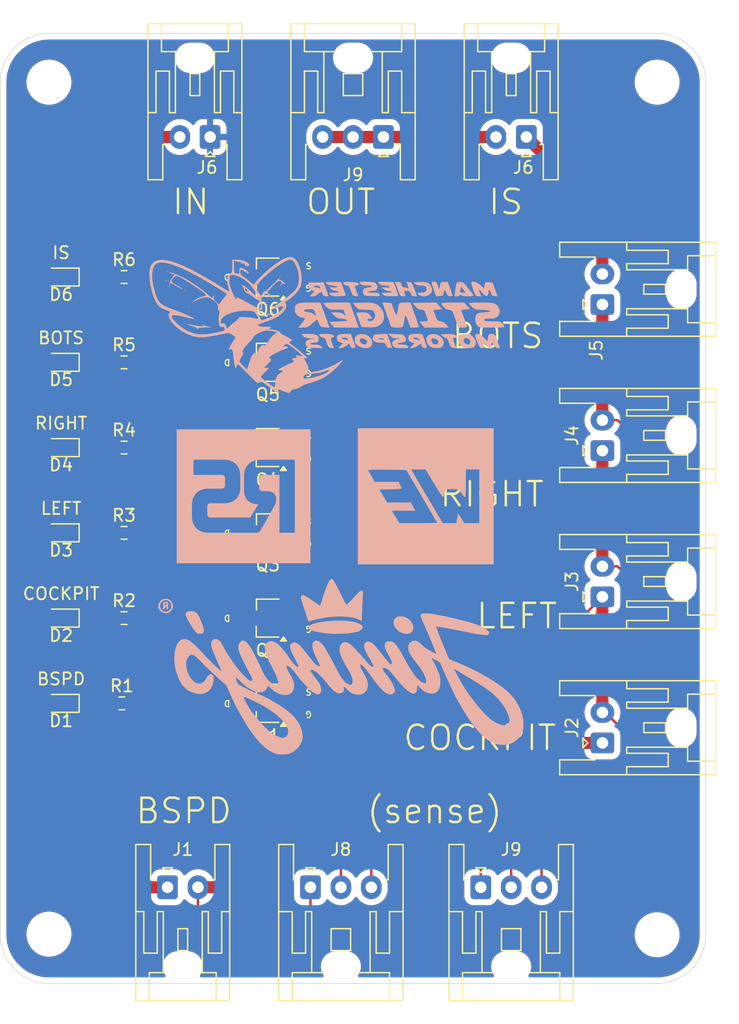
<source format=kicad_pcb>
(kicad_pcb (version 20241229) (generator "pcbnew") (generator_version "9.0")
  (layers (0 "F.Cu" signal) (2 "B.Cu" signal) (13 "F.Paste" user) (15 "B.Paste" user) (5 "F.SilkS" user "F.Silkscreen") (7 "B.SilkS" user "B.Silkscreen") (1 "F.Mask" user) (3 "B.Mask" user) (25 "Edge.Cuts" user))
  (net 0 "")
  (net 1 "LVMS")
  (net 2 "Net-(D2-K)")
  (net 3 "Net-(D3-K)")
  (net 4 "Net-(D4-K)")
  (net 5 "Net-(D5-K)")
  (net 6 "Net-(D6-K)")
  (net 7 "Net-(D7-K)")
  (net 8 "BSPD_OK")
  (net 9 "CK_OK")
  (net 10 "L_OK")
  (net 11 "R_OK")
  (net 12 "BOTS_OK")
  (net 13 "IS_OK")
  (net 14 "GND")
  (net 15 "Net-(Q2-D)")
  (net 16 "Net-(Q3-D)")
  (net 17 "Net-(Q4-D)")
  (net 18 "Net-(Q5-D)")
  (net 19 "Net-(Q6-D)")
  (net 20 "Net-(Q7-D)")
  (footprint "Resistor_SMD:R_0603_1608Metric" (layer "F.Cu") (at 197.175 90)
    (property "Reference" "R5" (at 0 -1.43 0) (layer "F.SilkS"))
    (property "Value" "1k")
    (pad "1" smd roundrect (at -0.825 0) (size 0.8 0.95) (layers "F.Cu" "F.Mask" "F.Paste") (net 6 "Net-(D6-K)"))
    (pad "2" smd roundrect (at 0.825 0) (size 0.8 0.95) (layers "F.Cu" "F.Mask" "F.Paste") (net 19 "Net-(Q6-D)"))
  )
  (footprint "LED_SMD:LED_0603_1608Metric" (layer "F.Cu") (at 192 118 180)
    (property "Reference" "D1" (at 0 -1.43 0) (layer "F.SilkS"))
    (property "Value" "LED" (hide yes))
    (pad "1" smd roundrect (at -0.7875 0 180) (size 0.875 0.95) (layers "F.Cu" "F.Mask" "F.Paste") (net 2 "Net-(D2-K)"))
    (pad "2" smd roundrect (at 0.7875 0 180) (size 0.875 0.95) (layers "F.Cu" "F.Mask" "F.Paste") (net 1 "LVMS"))
  )
  (footprint "LED_SMD:LED_0603_1608Metric" (layer "F.Cu") (at 192 97 180)
    (property "Reference" "D4" (at 0 -1.43 0) (layer "F.SilkS"))
    (property "Value" "LED" (hide yes))
    (pad "1" smd roundrect (at -0.7875 0 180) (size 0.875 0.95) (layers "F.Cu" "F.Mask" "F.Paste") (net 5 "Net-(D5-K)"))
    (pad "2" smd roundrect (at 0.7875 0 180) (size 0.875 0.95) (layers "F.Cu" "F.Mask" "F.Paste") (net 1 "LVMS"))
  )
  (footprint "Resistor_SMD:R_0603_1608Metric" (layer "F.Cu") (at 197 118)
    (property "Reference" "R1" (at 0 -1.43 0) (layer "F.SilkS"))
    (property "Value" "1k")
    (pad "1" smd roundrect (at -0.825 0) (size 0.8 0.95) (layers "F.Cu" "F.Mask" "F.Paste") (net 2 "Net-(D2-K)"))
    (pad "2" smd roundrect (at 0.825 0) (size 0.8 0.95) (layers "F.Cu" "F.Mask" "F.Paste") (net 15 "Net-(Q2-D)"))
  )
  (footprint "Connector_JST:JST_XA_S02B-XASK-1_1x02_P2.50mm_Horizontal" (layer "F.Cu") (at 204.25 71.5 180)
    (property "Reference" "J6" (at 0.25 -2.5 0) (layer "F.SilkS"))
    (property "Value" "JST-XA")
    (pad "" np_thru_hole oval (at 1.25 6.5 180) (size 2.8 2) (drill oval 2.8 2) (layers "*.Cu" "*.Mask"))
    (pad "1" thru_hole roundrect (at 0 0 180) (size 1.7 1.95) (drill 0.95) (layers "*.Cu" "*.Mask") (roundrect_rratio 0.147059) (net 14 "GND"))
    (pad "2" thru_hole oval (at 2.5 0 180) (size 1.7 1.95) (drill 0.95) (layers "*.Cu" "*.Mask") (net 1 "LVMS"))
  )
  (footprint "Connector_JST:JST_XA_S02B-XASK-1_1x02_P2.50mm_Horizontal" (layer "F.Cu") (at 236.5 85.25 90)
    (property "Reference" "J5" (at -3.75 -0.5 90) (layer "F.SilkS"))
    (property "Value" "JST-XA")
    (pad "" np_thru_hole oval (at 1.25 6.5 90) (size 2.8 2) (drill oval 2.8 2) (layers "*.Cu" "*.Mask"))
    (pad "1" thru_hole roundrect (at 0 0 90) (size 1.7 1.95) (drill 0.95) (layers "*.Cu" "*.Mask") (roundrect_rratio 0.147059) (net 11 "R_OK"))
    (pad "2" thru_hole oval (at 2.5 0 90) (size 1.7 1.95) (drill 0.95) (layers "*.Cu" "*.Mask") (net 12 "BOTS_OK"))
  )
  (footprint "Connector_JST:JST_XA_S03B-XASK-1_1x03_P2.50mm_Horizontal" (layer "F.Cu") (at 218.5 71.5 180)
    (property "Reference" "J9" (at 2.5 -3.1 0) (layer "F.SilkS"))
    (property "Value" "Conn_01x03")
    (pad "" np_thru_hole oval (at 2.5 6.5 180) (size 2.8 2) (drill oval 2.8 2) (layers "*.Cu" "*.Mask"))
    (pad "1" thru_hole roundrect (at 0 0 180) (size 1.7 1.95) (drill 0.95) (layers "*.Cu" "*.Mask") (roundrect_rratio 0.147059) (net 13 "IS_OK"))
    (pad "2" thru_hole oval (at 2.5 0 180) (size 1.7 1.95) (drill 0.95) (layers "*.Cu" "*.Mask") (net 13 "IS_OK"))
    (pad "3" thru_hole oval (at 5 0 180) (size 1.7 1.95) (drill 0.95) (layers "*.Cu" "*.Mask") (net 13 "IS_OK"))
  )
  (footprint "LED_SMD:LED_0603_1608Metric" (layer "F.Cu") (at 192 104 180)
    (property "Reference" "D3" (at 0 -1.43 0) (layer "F.SilkS"))
    (property "Value" "LED" (hide yes))
    (pad "1" smd roundrect (at -0.7875 0 180) (size 0.875 0.95) (layers "F.Cu" "F.Mask" "F.Paste") (net 4 "Net-(D4-K)"))
    (pad "2" smd roundrect (at 0.7875 0 180) (size 0.875 0.95) (layers "F.Cu" "F.Mask" "F.Paste") (net 1 "LVMS"))
  )
  (footprint "Custom_MSM:MOSFET_Single_SOT-23" (layer "F.Cu") (at 209 111 180)
    (property "Reference" "Q2" (at 0 -2.65 0) (layer "F.SilkS"))
    (property "Value" "BSS205N")
    (fp_text user "S" (at -3.35 0.95 180) (layer "F.SilkS") (effects (font (size 0.5 0.5) (thickness 0.1) (bold yes))))
    (fp_text user "G" (at -3.35 -0.9 180) (layer "F.SilkS") (effects (font (size 0.5 0.5) (thickness 0.1) (bold yes))))
    (fp_text user "D" (at 3.35 0 180) (layer "F.SilkS") (effects (font (size 0.5 0.5) (thickness 0.1) (bold yes))))
    (pad "1" smd roundrect (at -1.71 -0.95 180) (size 2 0.65) (layers "F.Cu" "F.Mask" "F.Paste") (net 9 "CK_OK"))
    (pad "2" smd roundrect (at -1.71 0.95 180) (size 2 0.65) (layers "F.Cu" "F.Mask" "F.Paste") (net 14 "GND"))
    (pad "3" smd roundrect (at 1.71 0 180) (size 2 0.65) (layers "F.Cu" "F.Mask" "F.Paste") (net 16 "Net-(Q3-D)"))
  )
  (footprint "Resistor_SMD:R_0603_1608Metric" (layer "F.Cu") (at 197.175 97)
    (property "Reference" "R4" (at 0 -1.43 0) (layer "F.SilkS"))
    (property "Value" "1k")
    (pad "1" smd roundrect (at -0.825 0) (size 0.8 0.95) (layers "F.Cu" "F.Mask" "F.Paste") (net 5 "Net-(D5-K)"))
    (pad "2" smd roundrect (at 0.825 0) (size 0.8 0.95) (layers "F.Cu" "F.Mask" "F.Paste") (net 18 "Net-(Q5-D)"))
  )
  (footprint "Connector_JST:JST_XA_S02B-XASK-1_1x02_P2.50mm_Horizontal" (layer "F.Cu") (at 236.5 97.25 90)
    (property "Reference" "J4" (at 1.25 -2.5 90) (layer "F.SilkS"))
    (property "Value" "JST-XA")
    (pad "" np_thru_hole oval (at 1.25 6.5 90) (size 2.8 2) (drill oval 2.8 2) (layers "*.Cu" "*.Mask"))
    (pad "1" thru_hole roundrect (at 0 0 90) (size 1.7 1.95) (drill 0.95) (layers "*.Cu" "*.Mask") (roundrect_rratio 0.147059) (net 10 "L_OK"))
    (pad "2" thru_hole oval (at 2.5 0 90) (size 1.7 1.95) (drill 0.95) (layers "*.Cu" "*.Mask") (net 11 "R_OK"))
  )
  (footprint "Custom_MSM:MOSFET_Single_SOT-23" (layer "F.Cu") (at 209 90 180)
    (property "Reference" "Q5" (at 0 -2.65 0) (layer "F.SilkS"))
    (property "Value" "BSS205N")
    (fp_text user "G" (at -3.35 -0.9 180) (layer "F.SilkS") (effects (font (size 0.5 0.5) (thickness 0.1) (bold yes))))
    (fp_text user "S" (at -3.35 0.95 180) (layer "F.SilkS") (effects (font (size 0.5 0.5) (thickness 0.1) (bold yes))))
    (fp_text user "D" (at 3.35 0 180) (layer "F.SilkS") (effects (font (size 0.5 0.5) (thickness 0.1) (bold yes))))
    (pad "1" smd roundrect (at -1.71 -0.95 180) (size 2 0.65) (layers "F.Cu" "F.Mask" "F.Paste") (net 12 "BOTS_OK"))
    (pad "2" smd roundrect (at -1.71 0.95 180) (size 2 0.65) (layers "F.Cu" "F.Mask" "F.Paste") (net 14 "GND"))
    (pad "3" smd roundrect (at 1.71 0 180) (size 2 0.65) (layers "F.Cu" "F.Mask" "F.Paste") (net 19 "Net-(Q6-D)"))
  )
  (footprint "Connector_JST:JST_XA_S02B-XASK-1_1x02_P2.50mm_Horizontal" (layer "F.Cu") (at 236.5 121.25 90)
    (property "Reference" "J2" (at 1.25 -2.5 90) (layer "F.SilkS"))
    (property "Value" "JST-XA")
    (pad "" np_thru_hole oval (at 1.25 6.5 90) (size 2.8 2) (drill oval 2.8 2) (layers "*.Cu" "*.Mask"))
    (pad "1" thru_hole roundrect (at 0 0 90) (size 1.7 1.95) (drill 0.95) (layers "*.Cu" "*.Mask") (roundrect_rratio 0.147059) (net 8 "BSPD_OK"))
    (pad "2" thru_hole oval (at 2.5 0 90) (size 1.7 1.95) (drill 0.95) (layers "*.Cu" "*.Mask") (net 9 "CK_OK"))
  )
  (footprint "LED_SMD:LED_0603_1608Metric" (layer "F.Cu") (at 192 83 180)
    (property "Reference" "D6" (at 0 -1.43 0) (layer "F.SilkS"))
    (property "Value" "LED" (hide yes))
    (pad "1" smd roundrect (at -0.7875 0 180) (size 0.875 0.95) (layers "F.Cu" "F.Mask" "F.Paste") (net 7 "Net-(D7-K)"))
    (pad "2" smd roundrect (at 0.7875 0 180) (size 0.875 0.95) (layers "F.Cu" "F.Mask" "F.Paste") (net 1 "LVMS"))
  )
  (footprint "Custom_MSM:MOSFET_Single_SOT-23" (layer "F.Cu") (at 209 104 180)
    (property "Reference" "Q3" (at 0 -2.65 0) (layer "F.SilkS"))
    (property "Value" "BSS205N")
    (fp_text user "S" (at -3.35 0.95 180) (layer "F.SilkS") (effects (font (size 0.5 0.5) (thickness 0.1) (bold yes))))
    (fp_text user "G" (at -3.35 -0.9 180) (layer "F.SilkS") (effects (font (size 0.5 0.5) (thickness 0.1) (bold yes))))
    (fp_text user "D" (at 3.35 0 180) (layer "F.SilkS") (effects (font (size 0.5 0.5) (thickness 0.1) (bold yes))))
    (pad "1" smd roundrect (at -1.71 -0.95 180) (size 2 0.65) (layers "F.Cu" "F.Mask" "F.Paste") (net 10 "L_OK"))
    (pad "2" smd roundrect (at -1.71 0.95 180) (size 2 0.65) (layers "F.Cu" "F.Mask" "F.Paste") (net 14 "GND"))
    (pad "3" smd roundrect (at 1.71 0 180) (size 2 0.65) (layers "F.Cu" "F.Mask" "F.Paste") (net 17 "Net-(Q4-D)"))
  )
  (footprint "Custom_MSM:MOSFET_Single_SOT-23" (layer "F.Cu") (at 209 97 180)
    (property "Reference" "Q4" (at 0 -2.65 0) (layer "F.SilkS"))
    (property "Value" "BSS205N")
    (fp_text user "G" (at -3.35 -0.9 180) (layer "F.SilkS") (effects (font (size 0.5 0.5) (thickness 0.1) (bold yes))))
    (fp_text user "S" (at -3.35 0.95 180) (layer "F.SilkS") (effects (font (size 0.5 0.5) (thickness 0.1) (bold yes))))
    (fp_text user "D" (at 3.35 0 180) (layer "F.SilkS") (effects (font (size 0.5 0.5) (thickness 0.1) (bold yes))))
    (pad "1" smd roundrect (at -1.71 -0.95 180) (size 2 0.65) (layers "F.Cu" "F.Mask" "F.Paste") (net 11 "R_OK"))
    (pad "2" smd roundrect (at -1.71 0.95 180) (size 2 0.65) (layers "F.Cu" "F.Mask" "F.Paste") (net 14 "GND"))
    (pad "3" smd roundrect (at 1.71 0 180) (size 2 0.65) (layers "F.Cu" "F.Mask" "F.Paste") (net 18 "Net-(Q5-D)"))
  )
  (footprint "LED_SMD:LED_0603_1608Metric" (layer "F.Cu") (at 192 111 180)
    (property "Reference" "D2" (at 0 -1.43 0) (layer "F.SilkS"))
    (property "Value" "LED" (hide yes))
    (pad "1" smd roundrect (at -0.7875 0 180) (size 0.875 0.95) (layers "F.Cu" "F.Mask" "F.Paste") (net 3 "Net-(D3-K)"))
    (pad "2" smd roundrect (at 0.7875 0 180) (size 0.875 0.95) (layers "F.Cu" "F.Mask" "F.Paste") (net 1 "LVMS"))
  )
  (footprint "Connector_JST:JST_XA_S03B-XASK-1_1x03_P2.50mm_Horizontal" (layer "F.Cu") (at 226.5 133.1)
    (property "Reference" "J9" (at 2.5 -3.1 0) (layer "F.SilkS"))
    (property "Value" "Conn_01x03")
    (pad "" np_thru_hole oval (at 2.5 6.5) (size 2.8 2) (drill oval 2.8 2) (layers "*.Cu" "*.Mask"))
    (pad "1" thru_hole roundrect (at 0 0) (size 1.7 1.95) (drill 0.95) (layers "*.Cu" "*.Mask") (roundrect_rratio 0.147059) (net 11 "R_OK"))
    (pad "2" thru_hole oval (at 2.5 0) (size 1.7 1.95) (drill 0.95) (layers "*.Cu" "*.Mask") (net 12 "BOTS_OK"))
    (pad "3" thru_hole oval (at 5 0) (size 1.7 1.95) (drill 0.95) (layers "*.Cu" "*.Mask") (net 13 "IS_OK"))
  )
  (footprint "Connector_JST:JST_XA_S02B-XASK-1_1x02_P2.50mm_Horizontal" (layer "F.Cu") (at 200.75 133.1)
    (property "Reference" "J1" (at 1.25 -3.1 0) (layer "F.SilkS"))
    (property "Value" "JST-XA")
    (pad "" np_thru_hole oval (at 1.25 6.5) (size 2.8 2) (drill oval 2.8 2) (layers "*.Cu" "*.Mask"))
    (pad "1" thru_hole roundrect (at 0 0) (size 1.7 1.95) (drill 0.95) (layers "*.Cu" "*.Mask") (roundrect_rratio 0.147059) (net 1 "LVMS"))
    (pad "2" thru_hole oval (at 2.5 0) (size 1.7 1.95) (drill 0.95) (layers "*.Cu" "*.Mask") (net 8 "BSPD_OK"))
  )
  (footprint "Resistor_SMD:R_0603_1608Metric" (layer "F.Cu") (at 197.175 104)
    (property "Reference" "R3" (at 0 -1.43 0) (layer "F.SilkS"))
    (property "Value" "1k")
    (pad "1" smd roundrect (at -0.825 0) (size 0.8 0.95) (layers "F.Cu" "F.Mask" "F.Paste") (net 4 "Net-(D4-K)"))
    (pad "2" smd roundrect (at 0.825 0) (size 0.8 0.95) (layers "F.Cu" "F.Mask" "F.Paste") (net 17 "Net-(Q4-D)"))
  )
  (footprint "LED_SMD:LED_0603_1608Metric" (layer "F.Cu") (at 192 90 180)
    (property "Reference" "D5" (at 0 -1.43 0) (layer "F.SilkS"))
    (property "Value" "LED" (hide yes))
    (pad "1" smd roundrect (at -0.7875 0 180) (size 0.875 0.95) (layers "F.Cu" "F.Mask" "F.Paste") (net 6 "Net-(D6-K)"))
    (pad "2" smd roundrect (at 0.7875 0 180) (size 0.875 0.95) (layers "F.Cu" "F.Mask" "F.Paste") (net 1 "LVMS"))
  )
  (footprint "Resistor_SMD:R_0603_1608Metric" (layer "F.Cu") (at 197.175 83)
    (property "Reference" "R6" (at 0 -1.43 0) (layer "F.SilkS"))
    (property "Value" "1k")
    (pad "1" smd roundrect (at -0.825 0) (size 0.8 0.95) (layers "F.Cu" "F.Mask" "F.Paste") (net 7 "Net-(D7-K)"))
    (pad "2" smd roundrect (at 0.825 0) (size 0.8 0.95) (layers "F.Cu" "F.Mask" "F.Paste") (net 20 "Net-(Q7-D)"))
  )
  (footprint "Connector_JST:JST_XA_S03B-XASK-1_1x03_P2.50mm_Horizontal" (layer "F.Cu") (at 212.5 133.1)
    (property "Reference" "J8" (at 2.5 -3.1 0) (layer "F.SilkS"))
    (property "Value" "Conn_01x03")
    (pad "" np_thru_hole oval (at 2.5 6.5) (size 2.8 2) (drill oval 2.8 2) (layers "*.Cu" "*.Mask"))
    (pad "1" thru_hole roundrect (at 0 0) (size 1.7 1.95) (drill 0.95) (layers "*.Cu" "*.Mask") (roundrect_rratio 0.147059) (net 8 "BSPD_OK"))
    (pad "2" thru_hole oval (at 2.5 0) (size 1.7 1.95) (drill 0.95) (layers "*.Cu" "*.Mask") (net 9 "CK_OK"))
    (pad "3" thru_hole oval (at 5 0) (size 1.7 1.95) (drill 0.95) (layers "*.Cu" "*.Mask") (net 10 "L_OK"))
  )
  (footprint "Resistor_SMD:R_0603_1608Metric" (layer "F.Cu") (at 197.175 111)
    (property "Reference" "R2" (at 0 -1.43 0) (layer "F.SilkS"))
    (property "Value" "1k")
    (pad "1" smd roundrect (at -0.825 0) (size 0.8 0.95) (layers "F.Cu" "F.Mask" "F.Paste") (net 3 "Net-(D3-K)"))
    (pad "2" smd roundrect (at 0.825 0) (size 0.8 0.95) (layers "F.Cu" "F.Mask" "F.Paste") (net 16 "Net-(Q3-D)"))
  )
  (footprint "Custom_MSM:Board_Small_Outer-Mounting" (layer "F.Cu") (at 216 102 90)
    (property "Reference" "REF**" (hide yes))
    (property "Value" "Board_Small_Outer-Mounting" (hide yes))
    (fp_line (start -35 -29) (end 35 -29) (stroke (width 0.05)) (layer "Edge.Cuts"))
    (fp_line (start 39 -25) (end 39 25) (stroke (width 0.05)) (layer "Edge.Cuts"))
    (fp_line (start -39 25) (end -39 -25) (stroke (width 0.05)) (layer "Edge.Cuts"))
    (fp_line (start 35 29) (end -35 29) (stroke (width 0.05)) (layer "Edge.Cuts"))
    (fp_arc (start 35 -29) (mid 37.828427 -27.828427) (end 39 -25) (stroke (width 0.05)) (layer "Edge.Cuts"))
    (fp_arc (start -39 -25) (mid -37.828427 -27.828427) (end -35 -29) (stroke (width 0.05)) (layer "Edge.Cuts"))
    (fp_arc (start 39 25) (mid 37.828427 27.828427) (end 35 29) (stroke (width 0.05)) (layer "Edge.Cuts"))
    (fp_arc (start -35 29) (mid -37.828427 27.828427) (end -39 25) (stroke (width 0.05)) (layer "Edge.Cuts"))
    (pad "" np_thru_hole circle (at -35 25 90) (size 3.2 3.2) (drill 3.2) (layers "*.Cu" "*.Mask"))
    (pad "" np_thru_hole circle (at -34.95 -25 90) (size 3.2 3.2) (drill 3.2) (layers "*.Cu" "*.Mask"))
    (pad "" np_thru_hole circle (at 35 -25 90) (size 3.2 3.2) (drill 3.2) (layers "*.Cu" "*.Mask"))
    (pad "" np_thru_hole circle (at 35 25 90) (size 3.2 3.2) (drill 3.2) (layers "*.Cu" "*.Mask"))
  )
  (footprint "Custom_MSM:MOSFET_Single_SOT-23" (layer "F.Cu") (at 209 83 180)
    (property "Reference" "Q6" (at 0 -2.65 0) (layer "F.SilkS"))
    (property "Value" "BSS205N")
    (fp_text user "G" (at -3.35 -0.9 180) (layer "F.SilkS") (effects (font (size 0.5 0.5) (thickness 0.1) (bold yes))))
    (fp_text user "S" (at -3.35 0.95 180) (layer "F.SilkS") (effects (font (size 0.5 0.5) (thickness 0.1) (bold yes))))
    (fp_text user "D" (at 3.35 0 180) (layer "F.SilkS") (effects (font (size 0.5 0.5) (thickness 0.1) (bold yes))))
    (pad "1" smd roundrect (at -1.71 -0.95 180) (size 2 0.65) (layers "F.Cu" "F.Mask" "F.Paste") (net 13 "IS_OK"))
    (pad "2" smd roundrect (at -1.71 0.95 180) (size 2 0.65) (layers "F.Cu" "F.Mask" "F.Paste") (net 14 "GND"))
    (pad "3" smd roundrect (at 1.71 0 180) (size 2 0.65) (layers "F.Cu" "F.Mask" "F.Paste") (net 20 "Net-(Q7-D)"))
  )
  (footprint "Custom_MSM:MOSFET_Single_SOT-23" (layer "F.Cu") (at 209 118 180)
    (property "Reference" "Q1" (at 0 -2.65 0) (layer "F.SilkS"))
    (property "Value" "BSS205N")
    (fp_text user "D" (at 3.35 0 180) (layer "F.SilkS") (effects (font (size 0.5 0.5) (thickness 0.1) (bold yes))))
    (fp_text user "G" (at -3.35 -0.9 180) (layer "F.SilkS") (effects (font (size 0.5 0.5) (thickness 0.1) (bold yes))))
    (fp_text user "S" (at -3.35 0.95 180) (layer "F.SilkS") (effects (font (size 0.5 0.5) (thickness 0.1) (bold yes))))
    (pad "1" smd roundrect (at -1.71 -0.95 180) (size 2 0.65) (layers "F.Cu" "F.Mask" "F.Paste") (net 8 "BSPD_OK"))
    (pad "2" smd roundrect (at -1.71 0.95 180) (size 2 0.65) (layers "F.Cu" "F.Mask" "F.Paste") (net 14 "GND"))
    (pad "3" smd roundrect (at 1.71 0 180) (size 2 0.65) (layers "F.Cu" "F.Mask" "F.Paste") (net 15 "Net-(Q2-D)"))
  )
  (footprint "Connector_JST:JST_XA_S02B-XASK-1_1x02_P2.50mm_Horizontal" (layer "F.Cu") (at 236.5 109.25 90)
    (property "Reference" "J3" (at 1.25 -2.5 90) (layer "F.SilkS"))
    (property "Value" "JST-XA")
    (pad "" np_thru_hole oval (at 1.25 6.5 90) (size 2.8 2) (drill oval 2.8 2) (layers "*.Cu" "*.Mask"))
    (pad "1" thru_hole roundrect (at 0 0 90) (size 1.7 1.95) (drill 0.95) (layers "*.Cu" "*.Mask") (roundrect_rratio 0.147059) (net 9 "CK_OK"))
    (pad "2" thru_hole oval (at 2.5 0 90) (size 1.7 1.95) (drill 0.95) (layers "*.Cu" "*.Mask") (net 10 "L_OK"))
  )
  (footprint "Connector_JST:JST_XA_S02B-XASK-1_1x02_P2.50mm_Horizontal" (layer "F.Cu") (at 230.25 71.5 180)
    (property "Reference" "J6" (at 0.25 -2.5 0) (layer "F.SilkS"))
    (property "Value" "JST-XA")
    (pad "" np_thru_hole oval (at 1.25 6.5 180) (size 2.8 2) (drill oval 2.8 2) (layers "*.Cu" "*.Mask"))
    (pad "1" thru_hole roundrect (at 0 0 180) (size 1.7 1.95) (drill 0.95) (layers "*.Cu" "*.Mask") (roundrect_rratio 0.147059) (net 12 "BOTS_OK"))
    (pad "2" thru_hole oval (at 2.5 0 180) (size 1.7 1.95) (drill 0.95) (layers "*.Cu" "*.Mask") (net 13 "IS_OK"))
  )
  (footprint "Custom_MSM:Decoarative_Jimmys" (layer "B.Cu") (at 215 115 180)
    (property "Reference" "G***" (hide yes))
    (property "Value" "LOGO" (hide yes))
  )
  (footprint "LOGO" (layer "B.Cu") (at 214 87 180)
    (property "Reference" "G***" (hide yes))
    (property "Value" "LOGO" (hide yes))
  )
  (footprint "LOGO" (layer "B.Cu") (at 213 101 180)
    (property "Reference" "G***" (hide yes))
    (property "Value" "LOGO" (hide yes))
  )
  (footprint "LOGO" (layer "B.Cu") (at 207 101 180)
    (property "Reference" "G***" (hide yes))
    (property "Value" "LOGO" (hide yes))
  )
  (gr_text "(sense)" (at 217 128 0) (layer "F.SilkS") (effects (font (size 2 2) (thickness 0.2)) (justify left bottom)))
  (gr_text "RIGHT\n" (at 192 95 0) (layer "F.SilkS") (effects (font (size 1 1))))
  (gr_text "RIGHT" (at 223 102 0) (layer "F.SilkS") (effects (font (size 2 2) (thickness 0.2)) (justify left bottom)))
  (gr_text "LEFT" (at 192 102 0) (layer "F.SilkS") (effects (font (size 1 1))))
  (gr_text "BOTS" (at 192 88 0) (layer "F.SilkS") (effects (font (size 1 1))))
  (gr_text "IN" (at 201 78 0) (layer "F.SilkS") (effects (font (size 2 2) (thickness 0.2)) (justify left bottom)))
  (gr_text "BOTS" (at 224 89 0) (layer "F.SilkS") (effects (font (size 2 2) (thickness 0.2)) (justify left bottom)))
  (gr_text "LEFT" (at 226 112 0) (layer "F.SilkS") (effects (font (size 2 2) (thickness 0.2)) (justify left bottom)))
  (gr_text "COCKPIT" (at 220 122 0) (layer "F.SilkS") (effects (font (size 2 2) (thickness 0.2)) (justify left bottom)))
  (gr_text "BSPD" (at 192 116 0) (layer "F.SilkS") (effects (font (size 1 1))))
  (gr_text "IS" (at 227 78 0) (layer "F.SilkS") (effects (font (size 2 2) (thickness 0.2)) (justify left bottom)))
  (gr_text "IS" (at 192 81 0) (layer "F.SilkS") (effects (font (size 1 1))))
  (gr_text "COCKPIT" (at 192 109 0) (layer "F.SilkS") (effects (font (size 1 1))))
  (gr_text "BSPD" (at 198 128 0) (layer "F.SilkS") (effects (font (size 2 2) (thickness 0.2)) (justify left bottom)))
  (gr_text "OUT" (at 212 78 0) (layer "F.SilkS") (effects (font (size 2 2) (thickness 0.2)) (justify left bottom)))
  (segment (start 191 79) (end 198.5 71.5) (width 1) (layer "F.Cu") (net 1))
  (segment (start 198.5 71.5) (end 201.75 71.5) (width 1) (layer "F.Cu") (net 1))
  (segment (start 197.1 133.1) (end 191 127) (width 1) (layer "F.Cu") (net 1))
  (segment (start 200.75 133.1) (end 197.1 133.1) (width 1) (layer "F.Cu") (net 1))
  (segment (start 191 127) (end 191 79) (width 1) (layer "F.Cu") (net 1))
  (segment (start 192.7875 118) (end 196.175 118) (width 0.2) (layer "F.Cu") (net 2))
  (segment (start 192.7875 111) (end 196.35 111) (width 0.2) (layer "F.Cu") (net 3))
  (segment (start 192.7875 104) (end 196.35 104) (width 0.2) (layer "F.Cu") (net 4))
  (segment (start 192.7875 97) (end 196.35 97) (width 0.2) (layer "F.Cu") (net 5))
  (segment (start 192.7875 90) (end 196.35 90) (width 0.2) (layer "F.Cu") (net 6))
  (segment (start 192.7875 83) (end 196.35 83) (width 0.2) (layer "F.Cu") (net 7))
  (segment (start 212.5 133.1) (end 212.5 136.5) (width 0.2) (layer "F.Cu") (net 8))
  (segment (start 219.75 121.25) (end 236.5 121.25) (width 1) (layer "F.Cu") (net 8))
  (segment (start 210.71 118.95) (end 229.7 118.95) (width 0.2) (layer "F.Cu") (net 8))
  (segment (start 203 137) (end 203.25 136.75) (width 0.2) (layer "F.Cu") (net 8))
  (segment (start 203.25 136.75) (end 203.25 133.1) (width 0.2) (layer "F.Cu") (net 8))
  (segment (start 208 137) (end 203 137) (width 0.2) (layer "F.Cu") (net 8))
  (segment (start 232 121.25) (end 236.5 121.25) (width 0.2) (layer "F.Cu") (net 8))
  (segment (start 229.7 118.95) (end 232 121.25) (width 0.2) (layer "F.Cu") (net 8))
  (segment (start 207.9 133.1) (end 219.75 121.25) (width 1) (layer "F.Cu") (net 8))
  (segment (start 203.25 133.1) (end 207.9 133.1) (width 1) (layer "F.Cu") (net 8))
  (segment (start 212.5 136.5) (end 210 139) (width 0.2) (layer "F.Cu") (net 8))
  (segment (start 210 139) (end 208 137) (width 0.2) (layer "F.Cu") (net 8))
  (segment (start 238.5 122) (end 238.5 120.5) (width 0.2) (layer "F.Cu") (net 9))
  (segment (start 236.75 119) (end 236.5 118.75) (width 0.2) (layer "F.Cu") (net 9))
  (segment (start 236.5 118.75) (end 236.5 109.25) (width 1) (layer "F.Cu") (net 9))
  (segment (start 215 128.5) (end 220.5 123) (width 0.2) (layer "F.Cu") (net 9))
  (segment (start 220.5 123) (end 237.5 123) (width 0.2) (layer "F.Cu") (net 9))
  (segment (start 210.71 111.95) (end 233.8 111.95) (width 0.2) (layer "F.Cu") (net 9))
  (segment (start 237.5 123) (end 238.5 122) (width 0.2) (layer "F.Cu") (net 9))
  (segment (start 237 119) (end 236.75 119) (width 0.2) (layer "F.Cu") (net 9))
  (segment (start 215 133.1) (end 215 128.5) (width 0.2) (layer "F.Cu") (net 9))
  (segment (start 233.8 111.95) (end 236.5 109.25) (width 0.2) (layer "F.Cu") (net 9))
  (segment (start 238.5 120.5) (end 237 119) (width 0.2) (layer "F.Cu") (net 9))
  (segment (start 237.75 106.75) (end 236.5 106.75) (width 0.2) (layer "F.Cu") (net 10))
  (segment (start 232.05 104.95) (end 236.5 100.5) (width 0.2) (layer "F.Cu") (net 10))
  (segment (start 239.5 108.5) (end 237.75 106.75) (width 0.2) (layer "F.Cu") (net 10))
  (segment (start 239.5 122.5) (end 239.5 108.5) (width 0.2) (layer "F.Cu") (net 10))
  (segment (start 217.5 128.5) (end 222 124) (width 0.2) (layer "F.Cu") (net 10))
  (segment (start 236.5 100.5) (end 236.5 97.25) (width 0.2) (layer "F.Cu") (net 10))
  (segment (start 210.71 104.95) (end 232.05 104.95) (width 0.2) (layer "F.Cu") (net 10))
  (segment (start 236.5 106.75) (end 236.5 97.25) (width 1) (layer "F.Cu") (net 10))
  (segment (start 222 124) (end 238 124) (width 0.2) (layer "F.Cu") (net 10))
  (segment (start 238 124) (end 239.5 122.5) (width 0.2) (layer "F.Cu") (net 10))
  (segment (start 217.5 133.1) (end 217.5 128.5) (width 0.2) (layer "F.Cu") (net 10))
  (segment (start 227.925 97.95) (end 236.5 89.375) (width 0.2) (layer "F.Cu") (net 11))
  (segment (start 210.71 97.95) (end 227.925 97.95) (width 0.2) (layer "F.Cu") (net 11))
  (segment (start 236.5 94.75) (end 236.5 85.25) (width 1) (layer "F.Cu") (net 11))
  (segment (start 226.5 133.1) (end 226.5 130.5) (width 0.2) (layer "F.Cu") (net 11))
  (segment (start 240 97) (end 237.75 94.75) (width 0.2) (layer "F.Cu") (net 11))
  (segment (start 237.5 126) (end 240 123.5) (width 0.2) (layer "F.Cu") (net 11))
  (segment (start 240 123.5) (end 240 97) (width 0.2) (layer "F.Cu") (net 11))
  (segment (start 236.5 89.375) (end 236.5 85.25) (width 0.2) (layer "F.Cu") (net 11))
  (segment (start 237.75 94.75) (end 236.5 94.75) (width 0.2) (layer "F.Cu") (net 11))
  (segment (start 231 126) (end 237.5 126) (width 0.2) (layer "F.Cu") (net 11))
  (segment (start 226.5 130.5) (end 231 126) (width 0.2) (layer "F.Cu") (net 11))
  (segment (start 229 129) (end 231 127) (width 0.2) (layer "F.Cu") (net 12))
  (segment (start 236.375 77.625) (end 236.5 77.75) (width 0.2) (layer "F.Cu") (net 12))
  (segment (start 236.5 77.75) (end 230.25 71.5) (width 1) (layer "F.Cu") (net 12))
  (segment (start 240.5 81.75) (end 236.5 77.75) (width 0.2) (layer "F.Cu") (net 12))
  (segment (start 231 127) (end 238.0671 127) (width 0.2) (layer "F.Cu") (net 12))
  (segment (start 238.0671 127) (end 240.5 124.5671) (width 0.2) (layer "F.Cu") (net 12))
  (segment (start 229 133.1) (end 229 129) (width 0.2) (layer "F.Cu") (net 12))
  (segment (start 240.5 124.5671) (end 240.5 81.75) (width 0.2) (layer "F.Cu") (net 12))
  (segment (start 223.05 90.95) (end 236.375 77.625) (width 0.2) (layer "F.Cu") (net 12))
  (segment (start 210.71 90.95) (end 223.05 90.95) (width 0.2) (layer "F.Cu") (net 12))
  (segment (start 236.5 82.75) (end 236.5 77.75) (width 1) (layer "F.Cu") (net 12))
  (segment (start 227 69) (end 224.5 71.5) (width 0.2) (layer "F.Cu") (net 13))
  (segment (start 233 69) (end 227 69) (width 0.2) (layer "F.Cu") (net 13))
  (segment (start 241 125.5) (end 241 77) (width 0.2) (layer "F.Cu") (net 13))
  (segment (start 234 128) (end 238.5 128) (width 0.2) (layer "F.Cu") (net 13))
  (segment (start 227.75 71.5) (end 224.5 71.5) (width 1) (layer "F.Cu") (net 13))
  (segment (start 241 77) (end 233 69) (width 0.2) (layer "F.Cu") (net 13))
  (segment (start 223.5 71.5) (end 227.75 71.5) (width 0.2) (layer "F.Cu") (net 13))
  (segment (start 231.5 133.1) (end 231.5 130.5) (width 0.2) (layer "F.Cu") (net 13))
  (segment (start 211.05 83.95) (end 223.5 71.5) (width 0.2) (layer "F.Cu") (net 13))
  (segment (start 224.5 71.5) (end 213.5 71.5) (width 1) (layer "F.Cu") (net 13))
  (segment (start 210.71 83.95) (end 211.05 83.95) (width 0.2) (layer "F.Cu") (net 13))
  (segment (start 238.5 128) (end 241 125.5) (width 0.2) (layer "F.Cu") (net 13))
  (segment (start 231.5 130.5) (end 234 128) (width 0.2) (layer "F.Cu") (net 13))
  (segment (start 197.825 118) (end 207.29 118) (width 0.2) (layer "F.Cu") (net 15))
  (segment (start 198 111) (end 207.29 111) (width 0.2) (layer "F.Cu") (net 16))
  (segment (start 198 104) (end 207.29 104) (width 0.2) (layer "F.Cu") (net 17))
  (segment (start 198 97) (end 207.29 97) (width 0.2) (layer "F.Cu") (net 18))
  (segment (start 198 90) (end 207.29 90) (width 0.2) (layer "F.Cu") (net 19))
  (segment (start 198 83) (end 207.29 83) (width 0.2) (layer "F.Cu") (net 20))
  (zone (net 14) (net_name "GND") (layers "F.Cu" "B.Cu") (connect_pads (clearance 0.5)) (min_thickness 0.25) (fill yes (thermal_gap 0.5) (thermal_bridge_width 0.5))
    (polygon (pts (xy 187 63) (xy 245.5 63) (xy 245 141) (xy 187 141)))
  )
)
</source>
